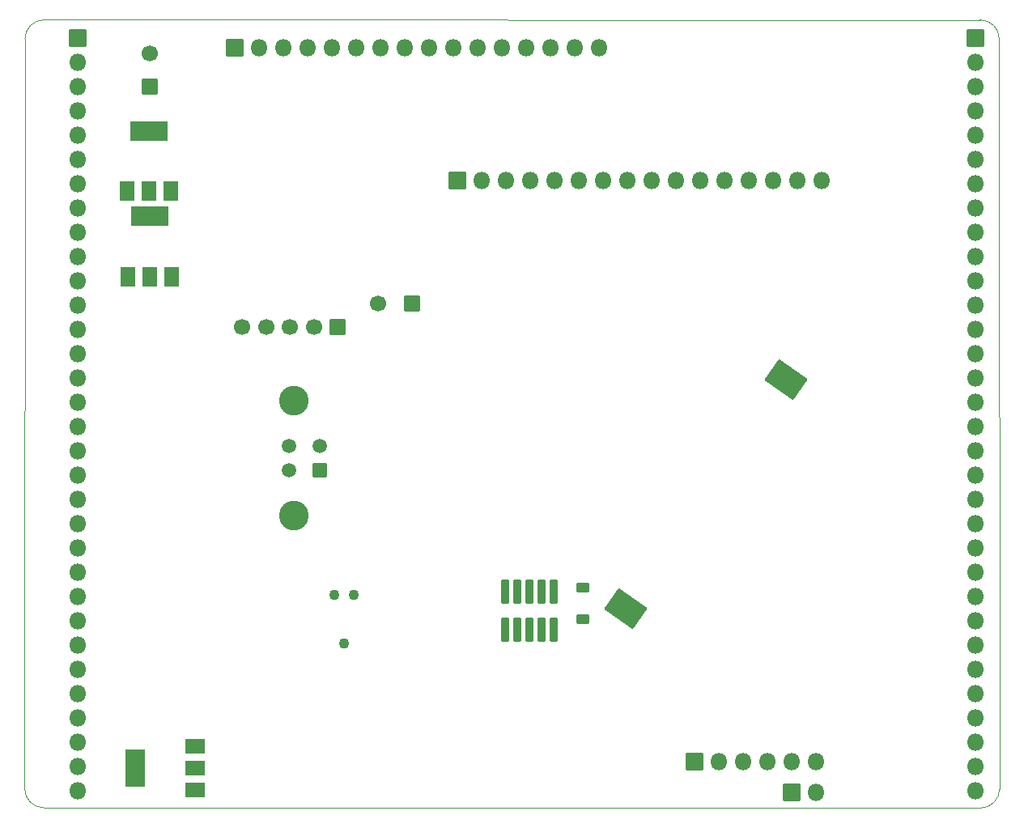
<source format=gbr>
G04 #@! TF.GenerationSoftware,KiCad,Pcbnew,(6.0.1)*
G04 #@! TF.CreationDate,2022-08-30T16:06:42+01:00*
G04 #@! TF.ProjectId,polygonus-Shortage-Version,706f6c79-676f-46e7-9573-2d53686f7274,rev?*
G04 #@! TF.SameCoordinates,Original*
G04 #@! TF.FileFunction,Soldermask,Bot*
G04 #@! TF.FilePolarity,Negative*
%FSLAX46Y46*%
G04 Gerber Fmt 4.6, Leading zero omitted, Abs format (unit mm)*
G04 Created by KiCad (PCBNEW (6.0.1)) date 2022-08-30 16:06:42*
%MOMM*%
%LPD*%
G01*
G04 APERTURE LIST*
G04 Aperture macros list*
%AMRoundRect*
0 Rectangle with rounded corners*
0 $1 Rounding radius*
0 $2 $3 $4 $5 $6 $7 $8 $9 X,Y pos of 4 corners*
0 Add a 4 corners polygon primitive as box body*
4,1,4,$2,$3,$4,$5,$6,$7,$8,$9,$2,$3,0*
0 Add four circle primitives for the rounded corners*
1,1,$1+$1,$2,$3*
1,1,$1+$1,$4,$5*
1,1,$1+$1,$6,$7*
1,1,$1+$1,$8,$9*
0 Add four rect primitives between the rounded corners*
20,1,$1+$1,$2,$3,$4,$5,0*
20,1,$1+$1,$4,$5,$6,$7,0*
20,1,$1+$1,$6,$7,$8,$9,0*
20,1,$1+$1,$8,$9,$2,$3,0*%
G04 Aperture macros list end*
G04 #@! TA.AperFunction,Profile*
%ADD10C,0.050000*%
G04 #@! TD*
%ADD11RoundRect,0.048000X0.800000X0.800000X-0.800000X0.800000X-0.800000X-0.800000X0.800000X-0.800000X0*%
%ADD12C,1.696000*%
%ADD13RoundRect,0.048000X0.850000X-0.850000X0.850000X0.850000X-0.850000X0.850000X-0.850000X-0.850000X0*%
%ADD14O,1.796000X1.796000*%
%ADD15RoundRect,0.048000X-0.700000X0.700000X-0.700000X-0.700000X0.700000X-0.700000X0.700000X0.700000X0*%
%ADD16C,1.496000*%
%ADD17C,3.096000*%
%ADD18C,1.086600*%
%ADD19RoundRect,0.048000X0.800000X-0.800000X0.800000X0.800000X-0.800000X0.800000X-0.800000X-0.800000X0*%
%ADD20RoundRect,0.048000X-0.370000X1.200000X-0.370000X-1.200000X0.370000X-1.200000X0.370000X1.200000X0*%
%ADD21RoundRect,0.048000X-0.728824X2.097335X-2.220123X-0.032460X0.728824X-2.097335X2.220123X0.032460X0*%
%ADD22RoundRect,0.048000X0.750000X-1.000000X0.750000X1.000000X-0.750000X1.000000X-0.750000X-1.000000X0*%
%ADD23RoundRect,0.048000X1.900000X-1.000000X1.900000X1.000000X-1.900000X1.000000X-1.900000X-1.000000X0*%
%ADD24RoundRect,0.048000X0.850000X0.850000X-0.850000X0.850000X-0.850000X-0.850000X0.850000X-0.850000X0*%
%ADD25RoundRect,0.048000X1.000000X0.750000X-1.000000X0.750000X-1.000000X-0.750000X1.000000X-0.750000X0*%
%ADD26RoundRect,0.048000X1.000000X1.900000X-1.000000X1.900000X-1.000000X-1.900000X1.000000X-1.900000X0*%
%ADD27RoundRect,0.048000X-0.850000X0.850000X-0.850000X-0.850000X0.850000X-0.850000X0.850000X0.850000X0*%
%ADD28RoundRect,0.048000X-0.600000X0.450000X-0.600000X-0.450000X0.600000X-0.450000X0.600000X0.450000X0*%
G04 APERTURE END LIST*
D10*
X27598758Y70480030D02*
X27566743Y-7944264D01*
X29598758Y72480030D02*
G75*
G03*
X27598758Y70480030I-1J-1999999D01*
G01*
X127511245Y72474911D02*
X29598758Y72480030D01*
X29566743Y-9944264D02*
X127539293Y-9975264D01*
X127539293Y-9975264D02*
G75*
G03*
X129539293Y-7975264I1J1999999D01*
G01*
X129539293Y-7975264D02*
X129511245Y70474911D01*
X27566743Y-7944264D02*
G75*
G03*
X29566743Y-9944264I1999999J-1D01*
G01*
X129511245Y70474911D02*
G75*
G03*
X127511245Y72474911I-1999999J1D01*
G01*
X27598758Y70480030D02*
X27566743Y-7944264D01*
X29598758Y72480030D02*
G75*
G03*
X27598758Y70480030I-1J-1999999D01*
G01*
X127511245Y72474911D02*
X29598758Y72480030D01*
X29566743Y-9944264D02*
X127539293Y-9975264D01*
X127539293Y-9975264D02*
G75*
G03*
X129539293Y-7975264I1J1999999D01*
G01*
X129539293Y-7975264D02*
X129511245Y70474911D01*
X27566743Y-7944264D02*
G75*
G03*
X29566743Y-9944264I1999999J-1D01*
G01*
X129511245Y70474911D02*
G75*
G03*
X127511245Y72474911I-1999999J1D01*
G01*
D11*
G04 #@! TO.C,J1504*
X60334209Y40322147D03*
D12*
X57834209Y40322147D03*
X55334209Y40322147D03*
X52834209Y40322147D03*
X50334209Y40322147D03*
G04 #@! TD*
D13*
G04 #@! TO.C,J1505*
X97605501Y-5126837D03*
D14*
X100145501Y-5126837D03*
X102685501Y-5126837D03*
X105225501Y-5126837D03*
X107765501Y-5126837D03*
X110305501Y-5126837D03*
G04 #@! TD*
D13*
G04 #@! TO.C,J2*
X107812339Y-8296983D03*
D14*
X110352339Y-8296983D03*
G04 #@! TD*
D15*
G04 #@! TO.C,J1501*
X58420000Y25400000D03*
D16*
X58420000Y27900000D03*
X55220000Y27900000D03*
X55220000Y25400000D03*
D17*
X55710000Y20630000D03*
X55710000Y32670000D03*
G04 #@! TD*
D18*
G04 #@! TO.C,J4*
X60960000Y7239000D03*
X61976000Y12319000D03*
X59944000Y12319000D03*
G04 #@! TD*
D11*
G04 #@! TO.C,C1001*
X68072000Y42799000D03*
D12*
X64572000Y42799000D03*
G04 #@! TD*
D19*
G04 #@! TO.C,C17*
X40640000Y65494972D03*
D12*
X40640000Y68994972D03*
G04 #@! TD*
D20*
G04 #@! TO.C,J1502*
X77851000Y12618000D03*
X77851000Y8718000D03*
X79121000Y12618000D03*
X79121000Y8718000D03*
X80391000Y12618000D03*
X80391000Y8718000D03*
X81661000Y12618000D03*
X81661000Y8718000D03*
X82931000Y12618000D03*
X82931000Y8718000D03*
G04 #@! TD*
D21*
G04 #@! TO.C,BT1*
X90403105Y10859423D03*
X107208895Y34860577D03*
G04 #@! TD*
D22*
G04 #@! TO.C,U17*
X42977410Y45616805D03*
X40677410Y45616805D03*
X38377410Y45616805D03*
D23*
X40677410Y51916805D03*
G04 #@! TD*
D24*
G04 #@! TO.C,J5*
X33087317Y70582684D03*
D14*
X33087317Y68042684D03*
X33087317Y65502684D03*
X33087317Y62962684D03*
X33087317Y60422684D03*
X33087317Y57882684D03*
X33087317Y55342684D03*
X33087317Y52802684D03*
X33087317Y50262684D03*
X33087317Y47722684D03*
X33087317Y45182684D03*
X33087317Y42642684D03*
X33087317Y40102684D03*
X33087317Y37562684D03*
X33087317Y35022684D03*
X33087317Y32482684D03*
X33087317Y29942684D03*
X33087317Y27402684D03*
X33087317Y24862684D03*
X33087317Y22322684D03*
X33087317Y19782684D03*
X33087317Y17242684D03*
X33087317Y14702684D03*
X33087317Y12162684D03*
X33087317Y9622684D03*
X33087317Y7082684D03*
X33087317Y4542684D03*
X33087317Y2002684D03*
X33087317Y-537316D03*
X33087317Y-3077316D03*
X33087317Y-5617316D03*
X33087317Y-8157316D03*
G04 #@! TD*
D22*
G04 #@! TO.C,U16*
X42870201Y54528659D03*
X40570201Y54528659D03*
X38270201Y54528659D03*
D23*
X40570201Y60828659D03*
G04 #@! TD*
D25*
G04 #@! TO.C,U23*
X45408978Y-3481730D03*
X45408978Y-5781730D03*
X45408978Y-8081730D03*
D26*
X39108978Y-5781730D03*
G04 #@! TD*
D27*
G04 #@! TO.C,J6*
X72806286Y55705029D03*
D14*
X75346286Y55705029D03*
X77886286Y55705029D03*
X80426286Y55705029D03*
X82966286Y55705029D03*
X85506286Y55705029D03*
X88046286Y55705029D03*
X90586286Y55705029D03*
X93126286Y55705029D03*
X95666286Y55705029D03*
X98206286Y55705029D03*
X100746286Y55705029D03*
X103286286Y55705029D03*
X105826286Y55705029D03*
X108366286Y55705029D03*
X110906286Y55705029D03*
G04 #@! TD*
D28*
G04 #@! TO.C,D7*
X85908431Y13041269D03*
X85908431Y9741269D03*
G04 #@! TD*
D24*
G04 #@! TO.C,J3*
X127000000Y70587779D03*
D14*
X127000000Y68047779D03*
X127000000Y65507779D03*
X127000000Y62967779D03*
X127000000Y60427779D03*
X127000000Y57887779D03*
X127000000Y55347779D03*
X127000000Y52807779D03*
X127000000Y50267779D03*
X127000000Y47727779D03*
X127000000Y45187779D03*
X127000000Y42647779D03*
X127000000Y40107779D03*
X127000000Y37567779D03*
X127000000Y35027779D03*
X127000000Y32487779D03*
X127000000Y29947779D03*
X127000000Y27407779D03*
X127000000Y24867779D03*
X127000000Y22327779D03*
X127000000Y19787779D03*
X127000000Y17247779D03*
X127000000Y14707779D03*
X127000000Y12167779D03*
X127000000Y9627779D03*
X127000000Y7087779D03*
X127000000Y4547779D03*
X127000000Y2007779D03*
X127000000Y-532221D03*
X127000000Y-3072221D03*
X127000000Y-5612221D03*
X127000000Y-8152221D03*
G04 #@! TD*
D27*
G04 #@! TO.C,J7*
X49530000Y69596912D03*
D14*
X52070000Y69596912D03*
X54610000Y69596912D03*
X57150000Y69596912D03*
X59690000Y69596912D03*
X62230000Y69596912D03*
X64770000Y69596912D03*
X67310000Y69596912D03*
X69850000Y69596912D03*
X72390000Y69596912D03*
X74930000Y69596912D03*
X77470000Y69596912D03*
X80010000Y69596912D03*
X82550000Y69596912D03*
X85090000Y69596912D03*
X87630000Y69596912D03*
G04 #@! TD*
M02*

</source>
